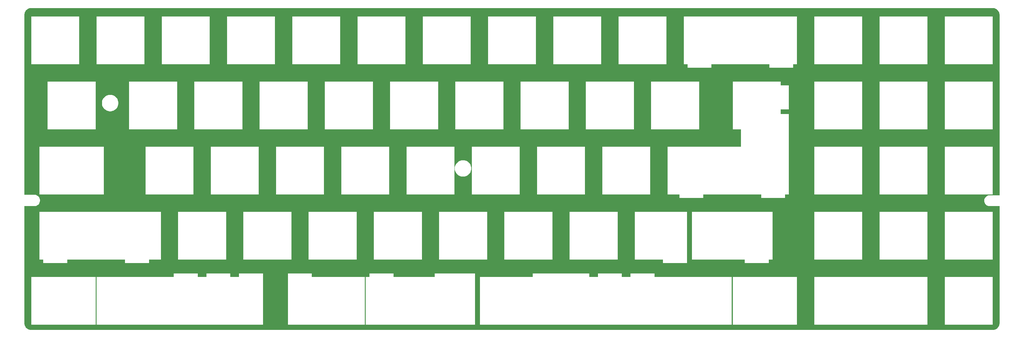
<source format=gbr>
%TF.GenerationSoftware,KiCad,Pcbnew,(7.0.0)*%
%TF.CreationDate,2023-03-06T16:53:12+01:00*%
%TF.ProjectId,qazimodo plate,71617a69-6d6f-4646-9f20-706c6174652e,rev?*%
%TF.SameCoordinates,Original*%
%TF.FileFunction,Copper,L2,Bot*%
%TF.FilePolarity,Positive*%
%FSLAX46Y46*%
G04 Gerber Fmt 4.6, Leading zero omitted, Abs format (unit mm)*
G04 Created by KiCad (PCBNEW (7.0.0)) date 2023-03-06 16:53:12*
%MOMM*%
%LPD*%
G01*
G04 APERTURE LIST*
G04 APERTURE END LIST*
%TA.AperFunction,NonConductor*%
G36*
X329244526Y-46062477D02*
G01*
X329244656Y-46062477D01*
X329245407Y-46062501D01*
X329328717Y-46067959D01*
X329328779Y-46067989D01*
X329328779Y-46067963D01*
X329328876Y-46067969D01*
X329513628Y-46081176D01*
X329515006Y-46081362D01*
X329634588Y-46105145D01*
X329634627Y-46105153D01*
X329781467Y-46137092D01*
X329782677Y-46137427D01*
X329904416Y-46178749D01*
X329904684Y-46178844D01*
X330039176Y-46229005D01*
X330040198Y-46229446D01*
X330157858Y-46287468D01*
X330158245Y-46287669D01*
X330281903Y-46355189D01*
X330282776Y-46355717D01*
X330392856Y-46429269D01*
X330393359Y-46429625D01*
X330505222Y-46513363D01*
X330505912Y-46513923D01*
X330605813Y-46601533D01*
X330606363Y-46602047D01*
X330704949Y-46700633D01*
X330705463Y-46701183D01*
X330793084Y-46801098D01*
X330793644Y-46801788D01*
X330877364Y-46913626D01*
X330877720Y-46914129D01*
X330951288Y-47024234D01*
X330951819Y-47025112D01*
X331019308Y-47148712D01*
X331019529Y-47149137D01*
X331077547Y-47266791D01*
X331078008Y-47267858D01*
X331128141Y-47402279D01*
X331128256Y-47402602D01*
X331169566Y-47524304D01*
X331169913Y-47525556D01*
X331201823Y-47672265D01*
X331201865Y-47672466D01*
X331225635Y-47791982D01*
X331225827Y-47793405D01*
X331239009Y-47977814D01*
X331239013Y-47977882D01*
X331244501Y-48061641D01*
X331244526Y-48062393D01*
X331244526Y-48062477D01*
X331244527Y-48062477D01*
X331296000Y-100823180D01*
X331294465Y-100828931D01*
X331290260Y-100833145D01*
X331284511Y-100834691D01*
X328352947Y-100837500D01*
X328352946Y-100837499D01*
X328352946Y-100837500D01*
X328234486Y-100837510D01*
X328234473Y-100837510D01*
X328234049Y-100837511D01*
X328233623Y-100837575D01*
X328233613Y-100837576D01*
X327999140Y-100872939D01*
X327999137Y-100872939D01*
X327998717Y-100873003D01*
X327998314Y-100873127D01*
X327998311Y-100873128D01*
X327771709Y-100943044D01*
X327771703Y-100943045D01*
X327771302Y-100943170D01*
X327770926Y-100943350D01*
X327770916Y-100943355D01*
X327557270Y-101046260D01*
X327557258Y-101046266D01*
X327556884Y-101046447D01*
X327556535Y-101046684D01*
X327556528Y-101046689D01*
X327360608Y-101180282D01*
X327360599Y-101180288D01*
X327360253Y-101180525D01*
X327359947Y-101180808D01*
X327359938Y-101180816D01*
X327186114Y-101342117D01*
X327186102Y-101342129D01*
X327185799Y-101342411D01*
X327185537Y-101342738D01*
X327185530Y-101342747D01*
X327037690Y-101528148D01*
X327037683Y-101528157D01*
X327037420Y-101528488D01*
X327037208Y-101528855D01*
X327037202Y-101528864D01*
X326918647Y-101734224D01*
X326918430Y-101734600D01*
X326918275Y-101734993D01*
X326918271Y-101735003D01*
X326863613Y-101874281D01*
X326831487Y-101956144D01*
X326831392Y-101956559D01*
X326831392Y-101956560D01*
X326822678Y-101994743D01*
X326778531Y-102188172D01*
X326778499Y-102188587D01*
X326778498Y-102188600D01*
X326774747Y-102238663D01*
X326760747Y-102425500D01*
X326760779Y-102425927D01*
X326778498Y-102662399D01*
X326778499Y-102662410D01*
X326778531Y-102662828D01*
X326831487Y-102894856D01*
X326831644Y-102895256D01*
X326904357Y-103080542D01*
X326918430Y-103116400D01*
X327037420Y-103322512D01*
X327037688Y-103322848D01*
X327037690Y-103322851D01*
X327169715Y-103488419D01*
X327185799Y-103508589D01*
X327186109Y-103508877D01*
X327186114Y-103508882D01*
X327359938Y-103670183D01*
X327360253Y-103670475D01*
X327556884Y-103804553D01*
X327771302Y-103907830D01*
X327998717Y-103977997D01*
X328234049Y-104013489D01*
X328352946Y-104013499D01*
X328352947Y-104013500D01*
X328353046Y-104013500D01*
X331234051Y-104013500D01*
X331239801Y-104015041D01*
X331244010Y-104019250D01*
X331245550Y-104024998D01*
X331244930Y-124752141D01*
X331244526Y-138261470D01*
X331244526Y-138261600D01*
X331244501Y-138262352D01*
X331239226Y-138342889D01*
X331239222Y-138342959D01*
X331225748Y-138530988D01*
X331225556Y-138532409D01*
X331202522Y-138648243D01*
X331202480Y-138648444D01*
X331169759Y-138798897D01*
X331169412Y-138800149D01*
X331128908Y-138919486D01*
X331128793Y-138919808D01*
X331077769Y-139056626D01*
X331077308Y-139057694D01*
X331020181Y-139173548D01*
X331019960Y-139173973D01*
X330951467Y-139299417D01*
X330950936Y-139300295D01*
X330878361Y-139408919D01*
X330878005Y-139409422D01*
X330793158Y-139522769D01*
X330792598Y-139523459D01*
X330706080Y-139622117D01*
X330705566Y-139622667D01*
X330605716Y-139722519D01*
X330605167Y-139723033D01*
X330506496Y-139809568D01*
X330505805Y-139810128D01*
X330392468Y-139894972D01*
X330391965Y-139895328D01*
X330283341Y-139967908D01*
X330282463Y-139968439D01*
X330157010Y-140036941D01*
X330156585Y-140037162D01*
X330040757Y-140094281D01*
X330039690Y-140094742D01*
X329902844Y-140145781D01*
X329902521Y-140145896D01*
X329783200Y-140186398D01*
X329781948Y-140186745D01*
X329631487Y-140219472D01*
X329631286Y-140219514D01*
X329515491Y-140242544D01*
X329514068Y-140242736D01*
X329319384Y-140256654D01*
X329319316Y-140256658D01*
X329245970Y-140261463D01*
X329245125Y-140261410D01*
X329245125Y-140261470D01*
X48545403Y-140261470D01*
X48544654Y-140261446D01*
X48464526Y-140256213D01*
X48464455Y-140256208D01*
X48276715Y-140242783D01*
X48275298Y-140242592D01*
X48160608Y-140219853D01*
X48160408Y-140219812D01*
X48009570Y-140187104D01*
X48008321Y-140186758D01*
X47889798Y-140146656D01*
X47889477Y-140146542D01*
X47887739Y-140145896D01*
X47752523Y-140095627D01*
X47751459Y-140095170D01*
X47636241Y-140038544D01*
X47635817Y-140038324D01*
X47510286Y-139970019D01*
X47509410Y-139969491D01*
X47439575Y-139923003D01*
X47401285Y-139897515D01*
X47400804Y-139897175D01*
X47345160Y-139855684D01*
X47287321Y-139812555D01*
X47286631Y-139811998D01*
X47188341Y-139726164D01*
X47187792Y-139725652D01*
X47087756Y-139626072D01*
X47087242Y-139625526D01*
X47084722Y-139622667D01*
X47000964Y-139527632D01*
X47000404Y-139526946D01*
X46915269Y-139413853D01*
X46914913Y-139413353D01*
X46842454Y-139305574D01*
X46841922Y-139304701D01*
X46773025Y-139179448D01*
X46772825Y-139179066D01*
X46715673Y-139064104D01*
X46715210Y-139063042D01*
X46712791Y-139056626D01*
X46663635Y-138926227D01*
X46663569Y-138926043D01*
X46622910Y-138807658D01*
X46622559Y-138806413D01*
X46621171Y-138800149D01*
X46610651Y-138752682D01*
X48560396Y-138752682D01*
X48560437Y-138752781D01*
X48560554Y-138753065D01*
X48560937Y-138753223D01*
X48561036Y-138753182D01*
X50942088Y-138753182D01*
X50942286Y-138753182D01*
X53323338Y-138753182D01*
X53323536Y-138753182D01*
X62560838Y-138753182D01*
X62561036Y-138753182D01*
X64942088Y-138753182D01*
X64942286Y-138753182D01*
X67323338Y-138753182D01*
X67323437Y-138753223D01*
X67323820Y-138753065D01*
X67323937Y-138752781D01*
X67323978Y-138752682D01*
X67610396Y-138752682D01*
X67610437Y-138752781D01*
X67610554Y-138753065D01*
X67610937Y-138753223D01*
X67611036Y-138753182D01*
X72373338Y-138753182D01*
X72373536Y-138753182D01*
X74754588Y-138753182D01*
X74754786Y-138753182D01*
X81610838Y-138753182D01*
X81611036Y-138753182D01*
X81898338Y-138753182D01*
X81898536Y-138753182D01*
X86373338Y-138753182D01*
X86373536Y-138753182D01*
X86660838Y-138753182D01*
X86661036Y-138753182D01*
X88754588Y-138753182D01*
X88754786Y-138753182D01*
X90160838Y-138753182D01*
X90161036Y-138753182D01*
X95898338Y-138753182D01*
X95898536Y-138753182D01*
X96185838Y-138753182D01*
X96186036Y-138753182D01*
X97160838Y-138753182D01*
X97161036Y-138753182D01*
X99685838Y-138753182D01*
X99686036Y-138753182D01*
X99692088Y-138753182D01*
X99692286Y-138753182D01*
X100660838Y-138753182D01*
X100661036Y-138753182D01*
X106685838Y-138753182D01*
X106686036Y-138753182D01*
X106692088Y-138753182D01*
X106692286Y-138753182D01*
X109210838Y-138753182D01*
X109211036Y-138753182D01*
X110185838Y-138753182D01*
X110186036Y-138753182D01*
X116210838Y-138753182D01*
X116210937Y-138753223D01*
X116211320Y-138753065D01*
X116211437Y-138752781D01*
X116211478Y-138752682D01*
X123466146Y-138752682D01*
X123466187Y-138752781D01*
X123466304Y-138753065D01*
X123466687Y-138753223D01*
X123466786Y-138753182D01*
X124760838Y-138753182D01*
X124761036Y-138753182D01*
X130466588Y-138753182D01*
X130466786Y-138753182D01*
X131904588Y-138753182D01*
X131904786Y-138753182D01*
X138760838Y-138753182D01*
X138761036Y-138753182D01*
X145904588Y-138753182D01*
X145904687Y-138753223D01*
X145905070Y-138753065D01*
X145905187Y-138752781D01*
X145905228Y-138752682D01*
X146191646Y-138752682D01*
X146191687Y-138752781D01*
X146191804Y-138753065D01*
X146192187Y-138753223D01*
X146192286Y-138753182D01*
X147310838Y-138753182D01*
X147311036Y-138753182D01*
X147342588Y-138753182D01*
X147342786Y-138753182D01*
X153335838Y-138753182D01*
X153336036Y-138753182D01*
X154310838Y-138753182D01*
X154311036Y-138753182D01*
X154342588Y-138753182D01*
X154342786Y-138753182D01*
X160192088Y-138753182D01*
X160192286Y-138753182D01*
X166360838Y-138753182D01*
X166361036Y-138753182D01*
X167335838Y-138753182D01*
X167336036Y-138753182D01*
X171091588Y-138753182D01*
X171091786Y-138753182D01*
X173360838Y-138753182D01*
X173361036Y-138753182D01*
X178091588Y-138753182D01*
X178091687Y-138753223D01*
X178092070Y-138753065D01*
X178092187Y-138752781D01*
X178092228Y-138752682D01*
X179529146Y-138752682D01*
X179529187Y-138752781D01*
X179529304Y-138753065D01*
X179529687Y-138753223D01*
X179529786Y-138753182D01*
X181910838Y-138753182D01*
X181911036Y-138753182D01*
X193529588Y-138753182D01*
X193529786Y-138753182D01*
X194967588Y-138753182D01*
X194967786Y-138753182D01*
X195910838Y-138753182D01*
X195911036Y-138753182D01*
X199692088Y-138753182D01*
X199692286Y-138753182D01*
X201967588Y-138753182D01*
X201967786Y-138753182D01*
X204460838Y-138753182D01*
X204461036Y-138753182D01*
X206692088Y-138753182D01*
X206692286Y-138753182D01*
X210485838Y-138753182D01*
X210486036Y-138753182D01*
X211460838Y-138753182D01*
X211461036Y-138753182D01*
X213985838Y-138753182D01*
X213986036Y-138753182D01*
X215248338Y-138753182D01*
X215248536Y-138753182D01*
X220010838Y-138753182D01*
X220011036Y-138753182D01*
X220985838Y-138753182D01*
X220986036Y-138753182D01*
X223510838Y-138753182D01*
X223511036Y-138753182D01*
X224485838Y-138753182D01*
X224486036Y-138753182D01*
X224773338Y-138753182D01*
X224773536Y-138753182D01*
X229248338Y-138753182D01*
X229248536Y-138753182D01*
X230510838Y-138753182D01*
X230511036Y-138753182D01*
X231917088Y-138753182D01*
X231917286Y-138753182D01*
X234010838Y-138753182D01*
X234011036Y-138753182D01*
X234298338Y-138753182D01*
X234298536Y-138753182D01*
X238773338Y-138753182D01*
X238773536Y-138753182D01*
X239060838Y-138753182D01*
X239061036Y-138753182D01*
X245917088Y-138753182D01*
X245917286Y-138753182D01*
X248298338Y-138753182D01*
X248298536Y-138753182D01*
X253060838Y-138753182D01*
X253060937Y-138753223D01*
X253061320Y-138753065D01*
X253061437Y-138752781D01*
X253061478Y-138752682D01*
X253347896Y-138752682D01*
X253347937Y-138752781D01*
X253348054Y-138753065D01*
X253348437Y-138753223D01*
X253348536Y-138753182D01*
X255729588Y-138753182D01*
X255729786Y-138753182D01*
X258110838Y-138753182D01*
X258111036Y-138753182D01*
X267348338Y-138753182D01*
X267348536Y-138753182D01*
X269729588Y-138753182D01*
X269729786Y-138753182D01*
X272110838Y-138753182D01*
X272110937Y-138753223D01*
X272111320Y-138753065D01*
X272111437Y-138752781D01*
X272111478Y-138752682D01*
X277160396Y-138752682D01*
X277160437Y-138752781D01*
X277160554Y-138753065D01*
X277160937Y-138753223D01*
X277161036Y-138753182D01*
X278247838Y-138753182D01*
X278248036Y-138753182D01*
X309123838Y-138753182D01*
X309124036Y-138753182D01*
X310210838Y-138753182D01*
X310210937Y-138753223D01*
X310211320Y-138753065D01*
X310211437Y-138752781D01*
X310211478Y-138752682D01*
X315260396Y-138752682D01*
X315260437Y-138752781D01*
X315260554Y-138753065D01*
X315260937Y-138753223D01*
X315261036Y-138753182D01*
X329260838Y-138753182D01*
X329260937Y-138753223D01*
X329261320Y-138753065D01*
X329261437Y-138752781D01*
X329261478Y-138752682D01*
X329261437Y-138752583D01*
X329261437Y-124752781D01*
X329261478Y-124752682D01*
X329261320Y-124752299D01*
X329261036Y-124752182D01*
X329260937Y-124752141D01*
X329260838Y-124752182D01*
X315261036Y-124752182D01*
X315260937Y-124752141D01*
X315260838Y-124752182D01*
X315260554Y-124752299D01*
X315260396Y-124752682D01*
X315260437Y-124752781D01*
X315260437Y-138752583D01*
X315260396Y-138752682D01*
X310211478Y-138752682D01*
X310211437Y-138752583D01*
X310211437Y-124752781D01*
X310211478Y-124752682D01*
X310211320Y-124752299D01*
X310211036Y-124752182D01*
X310210937Y-124752141D01*
X310210838Y-124752182D01*
X309124036Y-124752182D01*
X302124036Y-124752182D01*
X300686036Y-124752182D01*
X296211036Y-124752182D01*
X291161036Y-124752182D01*
X286686036Y-124752182D01*
X285248036Y-124752182D01*
X278248036Y-124752182D01*
X277161036Y-124752182D01*
X277160937Y-124752141D01*
X277160838Y-124752182D01*
X277160554Y-124752299D01*
X277160396Y-124752682D01*
X277160437Y-124752781D01*
X277160437Y-138752583D01*
X277160396Y-138752682D01*
X272111478Y-138752682D01*
X272111437Y-138752583D01*
X272111437Y-124752781D01*
X272111478Y-124752682D01*
X272111320Y-124752299D01*
X272111036Y-124752182D01*
X272110937Y-124752141D01*
X272110838Y-124752182D01*
X269729786Y-124752182D01*
X267348536Y-124752182D01*
X258111036Y-124752182D01*
X255729786Y-124752182D01*
X253348536Y-124752182D01*
X253348437Y-124752141D01*
X253348338Y-124752182D01*
X253348054Y-124752299D01*
X253347896Y-124752682D01*
X253347937Y-124752781D01*
X253347937Y-138752583D01*
X253347896Y-138752682D01*
X253061478Y-138752682D01*
X253061437Y-138752583D01*
X253061437Y-124752781D01*
X253061478Y-124752682D01*
X253061320Y-124752299D01*
X253061036Y-124752182D01*
X253060937Y-124752141D01*
X253060838Y-124752182D01*
X248298536Y-124752182D01*
X245917286Y-124752182D01*
X239061036Y-124752182D01*
X238773536Y-124752182D01*
X234298536Y-124752182D01*
X234011036Y-124752182D01*
X231917286Y-124752182D01*
X230522937Y-124752182D01*
X230514805Y-124748814D01*
X230511437Y-124740682D01*
X230511437Y-123755882D01*
X230511437Y-123752781D01*
X230511478Y-123752682D01*
X230511320Y-123752299D01*
X230511036Y-123752182D01*
X230510937Y-123752141D01*
X230510838Y-123752182D01*
X223511036Y-123752182D01*
X223510937Y-123752141D01*
X223510838Y-123752182D01*
X223510554Y-123752299D01*
X223510396Y-123752682D01*
X223510437Y-123752781D01*
X223510437Y-123755882D01*
X223510437Y-124740682D01*
X223507069Y-124748814D01*
X223498937Y-124752182D01*
X220997937Y-124752182D01*
X220989805Y-124748814D01*
X220986437Y-124740682D01*
X220986437Y-123755882D01*
X220986437Y-123752781D01*
X220986478Y-123752682D01*
X220986320Y-123752299D01*
X220986036Y-123752182D01*
X220985937Y-123752141D01*
X220985838Y-123752182D01*
X213986036Y-123752182D01*
X213985937Y-123752141D01*
X213985838Y-123752182D01*
X213985554Y-123752299D01*
X213985396Y-123752682D01*
X213985437Y-123752781D01*
X213985437Y-123755882D01*
X213985437Y-124740682D01*
X213982069Y-124748814D01*
X213973937Y-124752182D01*
X211472937Y-124752182D01*
X211464805Y-124748814D01*
X211461437Y-124740682D01*
X211461437Y-123755882D01*
X211461437Y-123752781D01*
X211461478Y-123752682D01*
X211461320Y-123752299D01*
X211461036Y-123752182D01*
X211460937Y-123752141D01*
X211460838Y-123752182D01*
X206692286Y-123752182D01*
X204461036Y-123752182D01*
X201967786Y-123752182D01*
X199692286Y-123752182D01*
X194967786Y-123752182D01*
X194967687Y-123752141D01*
X194967588Y-123752182D01*
X194967304Y-123752299D01*
X194967146Y-123752682D01*
X194967187Y-123752781D01*
X194967187Y-123755882D01*
X194967187Y-124740682D01*
X194963819Y-124748814D01*
X194955687Y-124752182D01*
X193529786Y-124752182D01*
X181911036Y-124752182D01*
X179529786Y-124752182D01*
X179529687Y-124752141D01*
X179529588Y-124752182D01*
X179529304Y-124752299D01*
X179529146Y-124752682D01*
X179529187Y-124752781D01*
X179529187Y-138752583D01*
X179529146Y-138752682D01*
X178092228Y-138752682D01*
X178092187Y-138752583D01*
X178092187Y-123752781D01*
X178092228Y-123752682D01*
X178092070Y-123752299D01*
X178091786Y-123752182D01*
X178091687Y-123752141D01*
X178091588Y-123752182D01*
X173361036Y-123752182D01*
X171091786Y-123752182D01*
X166361036Y-123752182D01*
X166360937Y-123752141D01*
X166360838Y-123752182D01*
X166360554Y-123752299D01*
X166360396Y-123752682D01*
X166360437Y-123752781D01*
X166360437Y-123755882D01*
X166360437Y-124740682D01*
X166357069Y-124748814D01*
X166348937Y-124752182D01*
X160192286Y-124752182D01*
X154354687Y-124752182D01*
X154346555Y-124748814D01*
X154343187Y-124740682D01*
X154343187Y-123755882D01*
X154343187Y-123752781D01*
X154343228Y-123752682D01*
X154343070Y-123752299D01*
X154342786Y-123752182D01*
X154342687Y-123752141D01*
X154342588Y-123752182D01*
X154311036Y-123752182D01*
X147342786Y-123752182D01*
X147311036Y-123752182D01*
X147310937Y-123752141D01*
X147310838Y-123752182D01*
X147310554Y-123752299D01*
X147310396Y-123752682D01*
X147310437Y-123752781D01*
X147310437Y-123755882D01*
X147310437Y-124740682D01*
X147307069Y-124748814D01*
X147298937Y-124752182D01*
X146192286Y-124752182D01*
X146192187Y-124752141D01*
X146192088Y-124752182D01*
X146191804Y-124752299D01*
X146191646Y-124752682D01*
X146191687Y-124752781D01*
X146191687Y-138752583D01*
X146191646Y-138752682D01*
X145905228Y-138752682D01*
X145905187Y-138752583D01*
X145905187Y-124752781D01*
X145905228Y-124752682D01*
X145905070Y-124752299D01*
X145904786Y-124752182D01*
X145904687Y-124752141D01*
X145904588Y-124752182D01*
X138761036Y-124752182D01*
X131904786Y-124752182D01*
X130478687Y-124752182D01*
X130470555Y-124748814D01*
X130467187Y-124740682D01*
X130467187Y-123755882D01*
X130467187Y-123752781D01*
X130467228Y-123752682D01*
X130467070Y-123752299D01*
X130466786Y-123752182D01*
X130466687Y-123752141D01*
X130466588Y-123752182D01*
X123466786Y-123752182D01*
X123466687Y-123752141D01*
X123466588Y-123752182D01*
X123466304Y-123752299D01*
X123466146Y-123752682D01*
X123466187Y-123752781D01*
X123466187Y-138752583D01*
X123466146Y-138752682D01*
X116211478Y-138752682D01*
X116211437Y-138752583D01*
X116211437Y-123752781D01*
X116211478Y-123752682D01*
X116211320Y-123752299D01*
X116211036Y-123752182D01*
X116210937Y-123752141D01*
X116210838Y-123752182D01*
X109211036Y-123752182D01*
X109210937Y-123752141D01*
X109210838Y-123752182D01*
X109210554Y-123752299D01*
X109210396Y-123752682D01*
X109210437Y-123752781D01*
X109210437Y-123755882D01*
X109210437Y-124740682D01*
X109207069Y-124748814D01*
X109198937Y-124752182D01*
X106704187Y-124752182D01*
X106696055Y-124748814D01*
X106692687Y-124740682D01*
X106692687Y-123755882D01*
X106692687Y-123752781D01*
X106692728Y-123752682D01*
X106692570Y-123752299D01*
X106692286Y-123752182D01*
X106692187Y-123752141D01*
X106692088Y-123752182D01*
X106686036Y-123752182D01*
X99692286Y-123752182D01*
X99686036Y-123752182D01*
X99685937Y-123752141D01*
X99685838Y-123752182D01*
X99685554Y-123752299D01*
X99685396Y-123752682D01*
X99685437Y-123752781D01*
X99685437Y-123755882D01*
X99685437Y-124740682D01*
X99682069Y-124748814D01*
X99673937Y-124752182D01*
X97172937Y-124752182D01*
X97164805Y-124748814D01*
X97161437Y-124740682D01*
X97161437Y-123755882D01*
X97161437Y-123752781D01*
X97161478Y-123752682D01*
X97161320Y-123752299D01*
X97161036Y-123752182D01*
X97160937Y-123752141D01*
X97160838Y-123752182D01*
X90161036Y-123752182D01*
X90160937Y-123752141D01*
X90160838Y-123752182D01*
X90160554Y-123752299D01*
X90160396Y-123752682D01*
X90160437Y-123752781D01*
X90160437Y-123755882D01*
X90160437Y-124740682D01*
X90157069Y-124748814D01*
X90148937Y-124752182D01*
X88754786Y-124752182D01*
X86661036Y-124752182D01*
X86373536Y-124752182D01*
X81898536Y-124752182D01*
X81611036Y-124752182D01*
X74754786Y-124752182D01*
X72373536Y-124752182D01*
X67611036Y-124752182D01*
X67610937Y-124752141D01*
X67610838Y-124752182D01*
X67610554Y-124752299D01*
X67610396Y-124752682D01*
X67610437Y-124752781D01*
X67610437Y-138752583D01*
X67610396Y-138752682D01*
X67323978Y-138752682D01*
X67323937Y-138752583D01*
X67323937Y-124752781D01*
X67323978Y-124752682D01*
X67323820Y-124752299D01*
X67323536Y-124752182D01*
X67323437Y-124752141D01*
X67323338Y-124752182D01*
X64942286Y-124752182D01*
X62561036Y-124752182D01*
X53323536Y-124752182D01*
X50942286Y-124752182D01*
X48561036Y-124752182D01*
X48560937Y-124752141D01*
X48560838Y-124752182D01*
X48560554Y-124752299D01*
X48560396Y-124752682D01*
X48560437Y-124752781D01*
X48560437Y-138752583D01*
X48560396Y-138752682D01*
X46610651Y-138752682D01*
X46589146Y-138655646D01*
X46565857Y-138540934D01*
X46565667Y-138539566D01*
X46550782Y-138343320D01*
X46545822Y-138272341D01*
X46545883Y-138271405D01*
X46545821Y-138271405D01*
X46551414Y-124755882D01*
X46553505Y-119702682D01*
X50941646Y-119702682D01*
X50941687Y-119702781D01*
X50941804Y-119703065D01*
X50942187Y-119703223D01*
X50942286Y-119703182D01*
X52017187Y-119703182D01*
X52025319Y-119706550D01*
X52028687Y-119714682D01*
X52028687Y-120702583D01*
X52028646Y-120702682D01*
X52028687Y-120702781D01*
X52028804Y-120703065D01*
X52029187Y-120703223D01*
X52029286Y-120703182D01*
X59029088Y-120703182D01*
X59029187Y-120703223D01*
X59029570Y-120703065D01*
X59029687Y-120702781D01*
X59029728Y-120702682D01*
X59029687Y-120702583D01*
X59029687Y-119714682D01*
X59033055Y-119706550D01*
X59041187Y-119703182D01*
X60467088Y-119703182D01*
X60467286Y-119703182D01*
X64942088Y-119703182D01*
X64942286Y-119703182D01*
X72373338Y-119703182D01*
X72373536Y-119703182D01*
X74467088Y-119703182D01*
X74467286Y-119703182D01*
X75893187Y-119703182D01*
X75901319Y-119706550D01*
X75904687Y-119714682D01*
X75904687Y-120702583D01*
X75904646Y-120702682D01*
X75904687Y-120702781D01*
X75904804Y-120703065D01*
X75905187Y-120703223D01*
X75905286Y-120703182D01*
X82905088Y-120703182D01*
X82905187Y-120703223D01*
X82905570Y-120703065D01*
X82905687Y-120702781D01*
X82905728Y-120702682D01*
X82905687Y-120702583D01*
X82905687Y-119714682D01*
X82909055Y-119706550D01*
X82917187Y-119703182D01*
X86373338Y-119703182D01*
X86373437Y-119703223D01*
X86373820Y-119703065D01*
X86373937Y-119702781D01*
X86373978Y-119702682D01*
X91422896Y-119702682D01*
X91422937Y-119702781D01*
X91423054Y-119703065D01*
X91423437Y-119703223D01*
X91423536Y-119703182D01*
X105423338Y-119703182D01*
X105423437Y-119703223D01*
X105423820Y-119703065D01*
X105423937Y-119702781D01*
X105423978Y-119702682D01*
X110472896Y-119702682D01*
X110472937Y-119702781D01*
X110473054Y-119703065D01*
X110473437Y-119703223D01*
X110473536Y-119703182D01*
X124473338Y-119703182D01*
X124473437Y-119703223D01*
X124473820Y-119703065D01*
X124473937Y-119702781D01*
X124473978Y-119702682D01*
X129522896Y-119702682D01*
X129522937Y-119702781D01*
X129523054Y-119703065D01*
X129523437Y-119703223D01*
X129523536Y-119703182D01*
X143523338Y-119703182D01*
X143523437Y-119703223D01*
X143523820Y-119703065D01*
X143523937Y-119702781D01*
X143523978Y-119702682D01*
X148572896Y-119702682D01*
X148572937Y-119702781D01*
X148573054Y-119703065D01*
X148573437Y-119703223D01*
X148573536Y-119703182D01*
X162573338Y-119703182D01*
X162573437Y-119703223D01*
X162573820Y-119703065D01*
X162573937Y-119702781D01*
X162573978Y-119702682D01*
X167622896Y-119702682D01*
X167622937Y-119702781D01*
X167623054Y-119703065D01*
X167623437Y-119703223D01*
X167623536Y-119703182D01*
X181623338Y-119703182D01*
X181623437Y-119703223D01*
X181623820Y-119703065D01*
X181623937Y-119702781D01*
X181623978Y-119702682D01*
X186672896Y-119702682D01*
X186672937Y-119702781D01*
X186673054Y-119703065D01*
X186673437Y-119703223D01*
X186673536Y-119703182D01*
X200673338Y-119703182D01*
X200673437Y-119703223D01*
X200673820Y-119703065D01*
X200673937Y-119702781D01*
X200673978Y-119702682D01*
X205722896Y-119702682D01*
X205722937Y-119702781D01*
X205723054Y-119703065D01*
X205723437Y-119703223D01*
X205723536Y-119703182D01*
X219723338Y-119703182D01*
X219723437Y-119703223D01*
X219723820Y-119703065D01*
X219723937Y-119702781D01*
X219723978Y-119702682D01*
X224772896Y-119702682D01*
X224772937Y-119702781D01*
X224773054Y-119703065D01*
X224773437Y-119703223D01*
X224773536Y-119703182D01*
X232992187Y-119703182D01*
X233000319Y-119706550D01*
X233003687Y-119714682D01*
X233003687Y-120702583D01*
X233003646Y-120702682D01*
X233003687Y-120702781D01*
X233003804Y-120703065D01*
X233004187Y-120703223D01*
X233004286Y-120703182D01*
X240004088Y-120703182D01*
X240004187Y-120703223D01*
X240004570Y-120703065D01*
X240004687Y-120702781D01*
X240004728Y-120702682D01*
X240004687Y-120702583D01*
X240004687Y-119702682D01*
X241441646Y-119702682D01*
X241441687Y-119702781D01*
X241441804Y-119703065D01*
X241442187Y-119703223D01*
X241442286Y-119703182D01*
X250967088Y-119703182D01*
X250967286Y-119703182D01*
X255442088Y-119703182D01*
X255442286Y-119703182D01*
X256868187Y-119703182D01*
X256876319Y-119706550D01*
X256879687Y-119714682D01*
X256879687Y-120702583D01*
X256879646Y-120702682D01*
X256879687Y-120702781D01*
X256879804Y-120703065D01*
X256880187Y-120703223D01*
X256880286Y-120703182D01*
X263880088Y-120703182D01*
X263880187Y-120703223D01*
X263880570Y-120703065D01*
X263880687Y-120702781D01*
X263880728Y-120702682D01*
X263880687Y-120702583D01*
X263880687Y-119714682D01*
X263884055Y-119706550D01*
X263892187Y-119703182D01*
X264967088Y-119703182D01*
X264967187Y-119703223D01*
X264967570Y-119703065D01*
X264967687Y-119702781D01*
X264967728Y-119702682D01*
X277160396Y-119702682D01*
X277160437Y-119702781D01*
X277160554Y-119703065D01*
X277160937Y-119703223D01*
X277161036Y-119703182D01*
X291160838Y-119703182D01*
X291160937Y-119703223D01*
X291161320Y-119703065D01*
X291161437Y-119702781D01*
X291161478Y-119702682D01*
X296210396Y-119702682D01*
X296210437Y-119702781D01*
X296210554Y-119703065D01*
X296210937Y-119703223D01*
X296211036Y-119703182D01*
X310210838Y-119703182D01*
X310210937Y-119703223D01*
X310211320Y-119703065D01*
X310211437Y-119702781D01*
X310211478Y-119702682D01*
X315260396Y-119702682D01*
X315260437Y-119702781D01*
X315260554Y-119703065D01*
X315260937Y-119703223D01*
X315261036Y-119703182D01*
X329260838Y-119703182D01*
X329260937Y-119703223D01*
X329261320Y-119703065D01*
X329261437Y-119702781D01*
X329261478Y-119702682D01*
X329261437Y-119702583D01*
X329261437Y-105702781D01*
X329261478Y-105702682D01*
X329261320Y-105702299D01*
X329261036Y-105702182D01*
X329260937Y-105702141D01*
X329260838Y-105702182D01*
X315261036Y-105702182D01*
X315260937Y-105702141D01*
X315260838Y-105702182D01*
X315260554Y-105702299D01*
X315260396Y-105702682D01*
X315260437Y-105702781D01*
X315260437Y-119702583D01*
X315260396Y-119702682D01*
X310211478Y-119702682D01*
X310211437Y-119702583D01*
X310211437Y-105702781D01*
X310211478Y-105702682D01*
X310211320Y-105702299D01*
X310211036Y-105702182D01*
X310210937Y-105702141D01*
X310210838Y-105702182D01*
X296211036Y-105702182D01*
X296210937Y-105702141D01*
X296210838Y-105702182D01*
X296210554Y-105702299D01*
X296210396Y-105702682D01*
X296210437Y-105702781D01*
X296210437Y-119702583D01*
X296210396Y-119702682D01*
X291161478Y-119702682D01*
X291161437Y-119702583D01*
X291161437Y-105702781D01*
X291161478Y-105702682D01*
X291161320Y-105702299D01*
X291161036Y-105702182D01*
X291160937Y-105702141D01*
X291160838Y-105702182D01*
X277161036Y-105702182D01*
X277160937Y-105702141D01*
X277160838Y-105702182D01*
X277160554Y-105702299D01*
X277160396Y-105702682D01*
X277160437Y-105702781D01*
X277160437Y-119702583D01*
X277160396Y-119702682D01*
X264967728Y-119702682D01*
X264967687Y-119702583D01*
X264967687Y-105702781D01*
X264967728Y-105702682D01*
X264967570Y-105702299D01*
X264967286Y-105702182D01*
X264967187Y-105702141D01*
X264967088Y-105702182D01*
X263880286Y-105702182D01*
X256880286Y-105702182D01*
X255442286Y-105702182D01*
X250967286Y-105702182D01*
X241442286Y-105702182D01*
X241442187Y-105702141D01*
X241442088Y-105702182D01*
X241441804Y-105702299D01*
X241441646Y-105702682D01*
X241441687Y-105702781D01*
X241441687Y-119702583D01*
X241441646Y-119702682D01*
X240004687Y-119702682D01*
X240004687Y-105702781D01*
X240004728Y-105702682D01*
X240004570Y-105702299D01*
X240004286Y-105702182D01*
X240004187Y-105702141D01*
X240004088Y-105702182D01*
X238773536Y-105702182D01*
X233004286Y-105702182D01*
X224773536Y-105702182D01*
X224773437Y-105702141D01*
X224773338Y-105702182D01*
X224773054Y-105702299D01*
X224772896Y-105702682D01*
X224772937Y-105702781D01*
X224772937Y-119702583D01*
X224772896Y-119702682D01*
X219723978Y-119702682D01*
X219723937Y-119702583D01*
X219723937Y-105702781D01*
X219723978Y-105702682D01*
X219723820Y-105702299D01*
X219723536Y-105702182D01*
X219723437Y-105702141D01*
X219723338Y-105702182D01*
X205723536Y-105702182D01*
X205723437Y-105702141D01*
X205723338Y-105702182D01*
X205723054Y-105702299D01*
X205722896Y-105702682D01*
X205722937Y-105702781D01*
X205722937Y-119702583D01*
X205722896Y-119702682D01*
X200673978Y-119702682D01*
X200673937Y-119702583D01*
X200673937Y-105702781D01*
X200673978Y-105702682D01*
X200673820Y-105702299D01*
X200673536Y-105702182D01*
X200673437Y-105702141D01*
X200673338Y-105702182D01*
X186673536Y-105702182D01*
X186673437Y-105702141D01*
X186673338Y-105702182D01*
X186673054Y-105702299D01*
X186672896Y-105702682D01*
X186672937Y-105702781D01*
X186672937Y-119702583D01*
X186672896Y-119702682D01*
X181623978Y-119702682D01*
X181623937Y-119702583D01*
X181623937Y-105702781D01*
X181623978Y-105702682D01*
X181623820Y-105702299D01*
X181623536Y-105702182D01*
X181623437Y-105702141D01*
X181623338Y-105702182D01*
X167623536Y-105702182D01*
X167623437Y-105702141D01*
X167623338Y-105702182D01*
X167623054Y-105702299D01*
X167622896Y-105702682D01*
X167622937Y-105702781D01*
X167622937Y-119702583D01*
X167622896Y-119702682D01*
X162573978Y-119702682D01*
X162573937Y-119702583D01*
X162573937Y-105702781D01*
X162573978Y-105702682D01*
X162573820Y-105702299D01*
X162573536Y-105702182D01*
X162573437Y-105702141D01*
X162573338Y-105702182D01*
X148573536Y-105702182D01*
X148573437Y-105702141D01*
X148573338Y-105702182D01*
X148573054Y-105702299D01*
X148572896Y-105702682D01*
X148572937Y-105702781D01*
X148572937Y-119702583D01*
X148572896Y-119702682D01*
X143523978Y-119702682D01*
X143523937Y-119702583D01*
X143523937Y-105702781D01*
X143523978Y-105702682D01*
X143523820Y-105702299D01*
X143523536Y-105702182D01*
X143523437Y-105702141D01*
X143523338Y-105702182D01*
X129523536Y-105702182D01*
X129523437Y-105702141D01*
X129523338Y-105702182D01*
X129523054Y-105702299D01*
X129522896Y-105702682D01*
X129522937Y-105702781D01*
X129522937Y-119702583D01*
X129522896Y-119702682D01*
X124473978Y-119702682D01*
X124473937Y-119702583D01*
X124473937Y-105702781D01*
X124473978Y-105702682D01*
X124473820Y-105702299D01*
X124473536Y-105702182D01*
X124473437Y-105702141D01*
X124473338Y-105702182D01*
X110473536Y-105702182D01*
X110473437Y-105702141D01*
X110473338Y-105702182D01*
X110473054Y-105702299D01*
X110472896Y-105702682D01*
X110472937Y-105702781D01*
X110472937Y-119702583D01*
X110472896Y-119702682D01*
X105423978Y-119702682D01*
X105423937Y-119702583D01*
X105423937Y-105702781D01*
X105423978Y-105702682D01*
X105423820Y-105702299D01*
X105423536Y-105702182D01*
X105423437Y-105702141D01*
X105423338Y-105702182D01*
X91423536Y-105702182D01*
X91423437Y-105702141D01*
X91423338Y-105702182D01*
X91423054Y-105702299D01*
X91422896Y-105702682D01*
X91422937Y-105702781D01*
X91422937Y-119702583D01*
X91422896Y-119702682D01*
X86373978Y-119702682D01*
X86373937Y-119702583D01*
X86373937Y-105702781D01*
X86373978Y-105702682D01*
X86373820Y-105702299D01*
X86373536Y-105702182D01*
X86373437Y-105702141D01*
X86373338Y-105702182D01*
X82905286Y-105702182D01*
X75905286Y-105702182D01*
X74467286Y-105702182D01*
X72373536Y-105702182D01*
X64942286Y-105702182D01*
X60467286Y-105702182D01*
X59029286Y-105702182D01*
X52029286Y-105702182D01*
X50942286Y-105702182D01*
X50942187Y-105702141D01*
X50942088Y-105702182D01*
X50941804Y-105702299D01*
X50941646Y-105702682D01*
X50941687Y-105702781D01*
X50941687Y-119702583D01*
X50941646Y-119702682D01*
X46553505Y-119702682D01*
X46559992Y-104024994D01*
X46563362Y-104016867D01*
X46571492Y-104013500D01*
X49452598Y-104013500D01*
X49452601Y-104013500D01*
X49452601Y-104013499D01*
X49576260Y-104013493D01*
X49821009Y-103976589D01*
X50057525Y-103903620D01*
X50280525Y-103796217D01*
X50485026Y-103656779D01*
X50666463Y-103488419D01*
X50820782Y-103294900D01*
X50944535Y-103080542D01*
X51034959Y-102850135D01*
X51090035Y-102608824D01*
X51108531Y-102362000D01*
X51090035Y-102115176D01*
X51034959Y-101873865D01*
X50944535Y-101643458D01*
X50820782Y-101429100D01*
X50666463Y-101235581D01*
X50597719Y-101171791D01*
X50485340Y-101067512D01*
X50485337Y-101067509D01*
X50485026Y-101067221D01*
X50454284Y-101046260D01*
X50280880Y-100928025D01*
X50280879Y-100928024D01*
X50280525Y-100927783D01*
X50280144Y-100927599D01*
X50280138Y-100927596D01*
X50057914Y-100820567D01*
X50057910Y-100820565D01*
X50057525Y-100820380D01*
X50057114Y-100820253D01*
X50057111Y-100820252D01*
X49821419Y-100747537D01*
X49821412Y-100747535D01*
X49821009Y-100747411D01*
X49820587Y-100747347D01*
X49820581Y-100747346D01*
X49576695Y-100710572D01*
X49576687Y-100710571D01*
X49576260Y-100710507D01*
X49575834Y-100710506D01*
X49575822Y-100710506D01*
X49452601Y-100710500D01*
X46571494Y-100710500D01*
X46563363Y-100707133D01*
X46559994Y-100699003D01*
X46559981Y-100652682D01*
X50926459Y-100652682D01*
X50926616Y-100653064D01*
X50926617Y-100653065D01*
X50926999Y-100653223D01*
X50927099Y-100653182D01*
X55704588Y-100653182D01*
X55704786Y-100653182D01*
X64942088Y-100653182D01*
X64942286Y-100653182D01*
X69704588Y-100653182D01*
X69704687Y-100653223D01*
X69705070Y-100653065D01*
X69705187Y-100652781D01*
X69705228Y-100652682D01*
X81897896Y-100652682D01*
X81897937Y-100652781D01*
X81898054Y-100653065D01*
X81898437Y-100653223D01*
X81898536Y-100653182D01*
X95898338Y-100653182D01*
X95898437Y-100653223D01*
X95898820Y-100653065D01*
X95898937Y-100652781D01*
X95898978Y-100652682D01*
X100947896Y-100652682D01*
X100947937Y-100652781D01*
X100948054Y-100653065D01*
X100948437Y-100653223D01*
X100948536Y-100653182D01*
X114948338Y-100653182D01*
X114948437Y-100653223D01*
X114948820Y-100653065D01*
X114948937Y-100652781D01*
X114948978Y-100652682D01*
X119997896Y-100652682D01*
X119997937Y-100652781D01*
X119998054Y-100653065D01*
X119998437Y-100653223D01*
X119998536Y-100653182D01*
X133998338Y-100653182D01*
X133998437Y-100653223D01*
X133998820Y-100653065D01*
X133998937Y-100652781D01*
X133998978Y-100652682D01*
X139047896Y-100652682D01*
X139047937Y-100652781D01*
X139048054Y-100653065D01*
X139048437Y-100653223D01*
X139048536Y-100653182D01*
X153048338Y-100653182D01*
X153048437Y-100653223D01*
X153048820Y-100653065D01*
X153048937Y-100652781D01*
X153048978Y-100652682D01*
X158097896Y-100652682D01*
X158097937Y-100652781D01*
X158098054Y-100653065D01*
X158098437Y-100653223D01*
X158098536Y-100653182D01*
X172098338Y-100653182D01*
X172098437Y-100653223D01*
X172098820Y-100653065D01*
X172098937Y-100652781D01*
X172098978Y-100652682D01*
X177147896Y-100652682D01*
X177147937Y-100652781D01*
X177148054Y-100653065D01*
X177148437Y-100653223D01*
X177148536Y-100653182D01*
X191148338Y-100653182D01*
X191148437Y-100653223D01*
X191148820Y-100653065D01*
X191148937Y-100652781D01*
X191148978Y-100652682D01*
X196197896Y-100652682D01*
X196197937Y-100652781D01*
X196198054Y-100653065D01*
X196198437Y-100653223D01*
X196198536Y-100653182D01*
X210198338Y-100653182D01*
X210198437Y-100653223D01*
X210198820Y-100653065D01*
X210198937Y-100652781D01*
X210198978Y-100652682D01*
X215247896Y-100652682D01*
X215247937Y-100652781D01*
X215248054Y-100653065D01*
X215248437Y-100653223D01*
X215248536Y-100653182D01*
X229248338Y-100653182D01*
X229248437Y-100653223D01*
X229248820Y-100653065D01*
X229248937Y-100652781D01*
X229248978Y-100652682D01*
X234297896Y-100652682D01*
X234297937Y-100652781D01*
X234298054Y-100653065D01*
X234298437Y-100653223D01*
X234298536Y-100653182D01*
X237754687Y-100653182D01*
X237762819Y-100656550D01*
X237766187Y-100664682D01*
X237766187Y-101652583D01*
X237766146Y-101652682D01*
X237766187Y-101652781D01*
X237766304Y-101653065D01*
X237766687Y-101653223D01*
X237766786Y-101653182D01*
X244766588Y-101653182D01*
X244766687Y-101653223D01*
X244767070Y-101653065D01*
X244767187Y-101652781D01*
X244767228Y-101652682D01*
X244767187Y-101652583D01*
X244767187Y-100664682D01*
X244770555Y-100656550D01*
X244778687Y-100653182D01*
X246204588Y-100653182D01*
X246204786Y-100653182D01*
X248298338Y-100653182D01*
X248298536Y-100653182D01*
X255729588Y-100653182D01*
X255729786Y-100653182D01*
X260204588Y-100653182D01*
X260204786Y-100653182D01*
X261630687Y-100653182D01*
X261638819Y-100656550D01*
X261642187Y-100664682D01*
X261642187Y-101652583D01*
X261642146Y-101652682D01*
X261642187Y-101652781D01*
X261642304Y-101653065D01*
X261642687Y-101653223D01*
X261642786Y-101653182D01*
X268642588Y-101653182D01*
X268642687Y-101653223D01*
X268643070Y-101653065D01*
X268643187Y-101652781D01*
X268643228Y-101652682D01*
X268643187Y-101652583D01*
X268643187Y-100664682D01*
X268646555Y-100656550D01*
X268654687Y-100653182D01*
X269729588Y-100653182D01*
X269729687Y-100653223D01*
X269730070Y-100653065D01*
X269730187Y-100652781D01*
X269730228Y-100652682D01*
X277160396Y-100652682D01*
X277160437Y-100652781D01*
X277160554Y-100653065D01*
X277160937Y-100653223D01*
X277161036Y-100653182D01*
X291160838Y-100653182D01*
X291160937Y-100653223D01*
X291161320Y-100653065D01*
X291161437Y-100652781D01*
X291161478Y-100652682D01*
X296210396Y-100652682D01*
X296210437Y-100652781D01*
X296210554Y-100653065D01*
X296210937Y-100653223D01*
X296211036Y-100653182D01*
X310210838Y-100653182D01*
X310210937Y-100653223D01*
X310211320Y-100653065D01*
X310211437Y-100652781D01*
X310211478Y-100652682D01*
X315260396Y-100652682D01*
X315260437Y-100652781D01*
X315260554Y-100653065D01*
X315260937Y-100653223D01*
X315261036Y-100653182D01*
X329260838Y-100653182D01*
X329260937Y-100653223D01*
X329261320Y-100653065D01*
X329261437Y-100652781D01*
X329261478Y-100652682D01*
X329261437Y-100652583D01*
X329261437Y-86652781D01*
X329261478Y-86652682D01*
X329261320Y-86652299D01*
X329261036Y-86652182D01*
X329260937Y-86652141D01*
X329260838Y-86652182D01*
X315261036Y-86652182D01*
X315260937Y-86652141D01*
X315260838Y-86652182D01*
X315260554Y-86652299D01*
X315260396Y-86652682D01*
X315260437Y-86652781D01*
X315260437Y-100652583D01*
X315260396Y-100652682D01*
X310211478Y-100652682D01*
X310211437Y-100652583D01*
X310211437Y-86652781D01*
X310211478Y-86652682D01*
X310211320Y-86652299D01*
X310211036Y-86652182D01*
X310210937Y-86652141D01*
X310210838Y-86652182D01*
X296211036Y-86652182D01*
X296210937Y-86652141D01*
X296210838Y-86652182D01*
X296210554Y-86652299D01*
X296210396Y-86652682D01*
X296210437Y-86652781D01*
X296210437Y-100652583D01*
X296210396Y-100652682D01*
X291161478Y-100652682D01*
X291161437Y-100652583D01*
X291161437Y-86652781D01*
X291161478Y-86652682D01*
X291161320Y-86652299D01*
X291161036Y-86652182D01*
X291160937Y-86652141D01*
X291160838Y-86652182D01*
X277161036Y-86652182D01*
X277160937Y-86652141D01*
X277160838Y-86652182D01*
X277160554Y-86652299D01*
X277160396Y-86652682D01*
X277160437Y-86652781D01*
X277160437Y-100652583D01*
X277160396Y-100652682D01*
X269730228Y-100652682D01*
X269730187Y-100652583D01*
X269730187Y-99565583D01*
X269730187Y-92565583D01*
X269730187Y-91127583D01*
X269730187Y-86652583D01*
X269730187Y-81602682D01*
X277160396Y-81602682D01*
X277160437Y-81602781D01*
X277160554Y-81603065D01*
X277160937Y-81603223D01*
X277161036Y-81603182D01*
X291160838Y-81603182D01*
X291160937Y-81603223D01*
X291161320Y-81603065D01*
X291161437Y-81602781D01*
X291161478Y-81602682D01*
X296210396Y-81602682D01*
X296210437Y-81602781D01*
X296210554Y-81603065D01*
X296210937Y-81603223D01*
X296211036Y-81603182D01*
X310210838Y-81603182D01*
X310210937Y-81603223D01*
X310211320Y-81603065D01*
X310211437Y-81602781D01*
X310211478Y-81602682D01*
X315260396Y-81602682D01*
X315260437Y-81602781D01*
X315260554Y-81603065D01*
X315260937Y-81603223D01*
X315261036Y-81603182D01*
X329260838Y-81603182D01*
X329260937Y-81603223D01*
X329261320Y-81603065D01*
X329261437Y-81602781D01*
X329261478Y-81602682D01*
X329261437Y-81602583D01*
X329261437Y-67602781D01*
X329261478Y-67602682D01*
X329261320Y-67602299D01*
X329261036Y-67602182D01*
X329260937Y-67602141D01*
X329260838Y-67602182D01*
X315261036Y-67602182D01*
X315260937Y-67602141D01*
X315260838Y-67602182D01*
X315260554Y-67602299D01*
X315260396Y-67602682D01*
X315260437Y-67602781D01*
X315260437Y-81602583D01*
X315260396Y-81602682D01*
X310211478Y-81602682D01*
X310211437Y-81602583D01*
X310211437Y-67602781D01*
X310211478Y-67602682D01*
X310211320Y-67602299D01*
X310211036Y-67602182D01*
X310210937Y-67602141D01*
X310210838Y-67602182D01*
X296211036Y-67602182D01*
X296210937Y-67602141D01*
X296210838Y-67602182D01*
X296210554Y-67602299D01*
X296210396Y-67602682D01*
X296210437Y-67602781D01*
X296210437Y-81602583D01*
X296210396Y-81602682D01*
X291161478Y-81602682D01*
X291161437Y-81602583D01*
X291161437Y-67602781D01*
X291161478Y-67602682D01*
X291161320Y-67602299D01*
X291161036Y-67602182D01*
X291160937Y-67602141D01*
X291160838Y-67602182D01*
X277161036Y-67602182D01*
X277160937Y-67602141D01*
X277160838Y-67602182D01*
X277160554Y-67602299D01*
X277160396Y-67602682D01*
X277160437Y-67602781D01*
X277160437Y-81602583D01*
X277160396Y-81602682D01*
X269730187Y-81602682D01*
X269730187Y-77127781D01*
X269730228Y-77127682D01*
X269730070Y-77127299D01*
X269729786Y-77127182D01*
X269729687Y-77127141D01*
X269729588Y-77127182D01*
X267360437Y-77127182D01*
X267352305Y-77123814D01*
X267348937Y-77115682D01*
X267348937Y-75701682D01*
X267352305Y-75693550D01*
X267360437Y-75690182D01*
X269729588Y-75690182D01*
X269729687Y-75690223D01*
X269730070Y-75690065D01*
X269730187Y-75689781D01*
X269730228Y-75689682D01*
X269730187Y-75689583D01*
X269730187Y-68689781D01*
X269730228Y-68689682D01*
X269730070Y-68689299D01*
X269729786Y-68689182D01*
X269729687Y-68689141D01*
X269729588Y-68689182D01*
X267360437Y-68689182D01*
X267352305Y-68685814D01*
X267348937Y-68677682D01*
X267348937Y-67605882D01*
X267348937Y-67602781D01*
X267348978Y-67602682D01*
X267348820Y-67602299D01*
X267348536Y-67602182D01*
X267348437Y-67602141D01*
X267348338Y-67602182D01*
X253348536Y-67602182D01*
X253348437Y-67602141D01*
X253348338Y-67602182D01*
X253348054Y-67602299D01*
X253347896Y-67602682D01*
X253347937Y-67602781D01*
X253347937Y-81602583D01*
X253347896Y-81602682D01*
X253347937Y-81602781D01*
X253348054Y-81603065D01*
X253348437Y-81603223D01*
X253348536Y-81603182D01*
X255717687Y-81603182D01*
X255725819Y-81606550D01*
X255729187Y-81614682D01*
X255729187Y-86640682D01*
X255725819Y-86648814D01*
X255717687Y-86652182D01*
X248298536Y-86652182D01*
X246204786Y-86652182D01*
X244766786Y-86652182D01*
X237766786Y-86652182D01*
X234298536Y-86652182D01*
X234298437Y-86652141D01*
X234298338Y-86652182D01*
X234298054Y-86652299D01*
X234297896Y-86652682D01*
X234297937Y-86652781D01*
X234297937Y-100652583D01*
X234297896Y-100652682D01*
X229248978Y-100652682D01*
X229248937Y-100652583D01*
X229248937Y-86652781D01*
X229248978Y-86652682D01*
X229248820Y-86652299D01*
X229248536Y-86652182D01*
X229248437Y-86652141D01*
X229248338Y-86652182D01*
X215248536Y-86652182D01*
X215248437Y-86652141D01*
X215248338Y-86652182D01*
X215248054Y-86652299D01*
X215247896Y-86652682D01*
X215247937Y-86652781D01*
X215247937Y-100652583D01*
X215247896Y-100652682D01*
X210198978Y-100652682D01*
X210198937Y-100652583D01*
X210198937Y-86652781D01*
X210198978Y-86652682D01*
X210198820Y-86652299D01*
X210198536Y-86652182D01*
X210198437Y-86652141D01*
X210198338Y-86652182D01*
X196198536Y-86652182D01*
X196198437Y-86652141D01*
X196198338Y-86652182D01*
X196198054Y-86652299D01*
X196197896Y-86652682D01*
X196197937Y-86652781D01*
X196197937Y-100652583D01*
X196197896Y-100652682D01*
X191148978Y-100652682D01*
X191148937Y-100652583D01*
X191148937Y-86652781D01*
X191148978Y-86652682D01*
X191148820Y-86652299D01*
X191148536Y-86652182D01*
X191148437Y-86652141D01*
X191148338Y-86652182D01*
X177148536Y-86652182D01*
X177148437Y-86652141D01*
X177148338Y-86652182D01*
X177148054Y-86652299D01*
X177147896Y-86652682D01*
X177147937Y-86652781D01*
X177147937Y-100652583D01*
X177147896Y-100652682D01*
X172098978Y-100652682D01*
X172098937Y-100652583D01*
X172098937Y-93001114D01*
X172204098Y-93001114D01*
X172204121Y-93001480D01*
X172223018Y-93301851D01*
X172223064Y-93302571D01*
X172279663Y-93599274D01*
X172373003Y-93886544D01*
X172501611Y-94159850D01*
X172501796Y-94160142D01*
X172501798Y-94160145D01*
X172661315Y-94411505D01*
X172663459Y-94414882D01*
X172663685Y-94415155D01*
X172663690Y-94415162D01*
X172855765Y-94647341D01*
X172855772Y-94647348D01*
X172855995Y-94647618D01*
X173076182Y-94854388D01*
X173320549Y-95031930D01*
X173585240Y-95177446D01*
X173866082Y-95288639D01*
X174158646Y-95363756D01*
X174458317Y-95401614D01*
X174760010Y-95401614D01*
X174760371Y-95401614D01*
X175060042Y-95363756D01*
X175352606Y-95288639D01*
X175633448Y-95177446D01*
X175898139Y-95031930D01*
X176142506Y-94854388D01*
X176362693Y-94647618D01*
X176555229Y-94414882D01*
X176717077Y-94159850D01*
X176845685Y-93886544D01*
X176939025Y-93599274D01*
X176995624Y-93302571D01*
X177014590Y-93001114D01*
X176995624Y-92699657D01*
X176939025Y-92402954D01*
X176845685Y-92115684D01*
X176717077Y-91842378D01*
X176555229Y-91587346D01*
X176365947Y-91358543D01*
X176362922Y-91354886D01*
X176362916Y-91354880D01*
X176362693Y-91354610D01*
X176142506Y-91147840D01*
X175898139Y-90970298D01*
X175897827Y-90970126D01*
X175897820Y-90970122D01*
X175633768Y-90824958D01*
X175633448Y-90824782D01*
X175633102Y-90824645D01*
X175633100Y-90824644D01*
X175352945Y-90713723D01*
X175352941Y-90713721D01*
X175352606Y-90713589D01*
X175352267Y-90713502D01*
X175352258Y-90713499D01*
X175060386Y-90638560D01*
X175060381Y-90638559D01*
X175060042Y-90638472D01*
X175059693Y-90638427D01*
X175059683Y-90638426D01*
X174760731Y-90600659D01*
X174760723Y-90600658D01*
X174760371Y-90600614D01*
X174458317Y-90600614D01*
X174457965Y-90600658D01*
X174457956Y-90600659D01*
X174159004Y-90638426D01*
X174158991Y-90638428D01*
X174158646Y-90638472D01*
X174158309Y-90638558D01*
X174158301Y-90638560D01*
X173866429Y-90713499D01*
X173866415Y-90713503D01*
X173866082Y-90713589D01*
X173865750Y-90713720D01*
X173865742Y-90713723D01*
X173585587Y-90824644D01*
X173585578Y-90824647D01*
X173585240Y-90824782D01*
X173584924Y-90824955D01*
X173584919Y-90824958D01*
X173320867Y-90970122D01*
X173320853Y-90970130D01*
X173320549Y-90970298D01*
X173320265Y-90970503D01*
X173320256Y-90970510D01*
X173076469Y-91147631D01*
X173076464Y-91147634D01*
X173076182Y-91147840D01*
X173075926Y-91148080D01*
X173075918Y-91148087D01*
X172856257Y-91354363D01*
X172856249Y-91354371D01*
X172855995Y-91354610D01*
X172855778Y-91354871D01*
X172855765Y-91354886D01*
X172663690Y-91587065D01*
X172663679Y-91587079D01*
X172663459Y-91587346D01*
X172663273Y-91587638D01*
X172663265Y-91587650D01*
X172501798Y-91842082D01*
X172501792Y-91842091D01*
X172501611Y-91842378D01*
X172373003Y-92115684D01*
X172372895Y-92116013D01*
X172372893Y-92116021D01*
X172279774Y-92402611D01*
X172279663Y-92402954D01*
X172279596Y-92403304D01*
X172279595Y-92403309D01*
X172223131Y-92699303D01*
X172223129Y-92699311D01*
X172223064Y-92699657D01*
X172223041Y-92700009D01*
X172223041Y-92700016D01*
X172204121Y-93000748D01*
X172204098Y-93001114D01*
X172098937Y-93001114D01*
X172098937Y-86652781D01*
X172098978Y-86652682D01*
X172098820Y-86652299D01*
X172098536Y-86652182D01*
X172098437Y-86652141D01*
X172098338Y-86652182D01*
X158098536Y-86652182D01*
X158098437Y-86652141D01*
X158098338Y-86652182D01*
X158098054Y-86652299D01*
X158097896Y-86652682D01*
X158097937Y-86652781D01*
X158097937Y-100652583D01*
X158097896Y-100652682D01*
X153048978Y-100652682D01*
X153048937Y-100652583D01*
X153048937Y-86652781D01*
X153048978Y-86652682D01*
X153048820Y-86652299D01*
X153048536Y-86652182D01*
X153048437Y-86652141D01*
X153048338Y-86652182D01*
X139048536Y-86652182D01*
X139048437Y-86652141D01*
X139048338Y-86652182D01*
X139048054Y-86652299D01*
X139047896Y-86652682D01*
X139047937Y-86652781D01*
X139047937Y-100652583D01*
X139047896Y-100652682D01*
X133998978Y-100652682D01*
X133998937Y-100652583D01*
X133998937Y-86652781D01*
X133998978Y-86652682D01*
X133998820Y-86652299D01*
X133998536Y-86652182D01*
X133998437Y-86652141D01*
X133998338Y-86652182D01*
X119998536Y-86652182D01*
X119998437Y-86652141D01*
X119998338Y-86652182D01*
X119998054Y-86652299D01*
X119997896Y-86652682D01*
X119997937Y-86652781D01*
X119997937Y-100652583D01*
X119997896Y-100652682D01*
X114948978Y-100652682D01*
X114948937Y-100652583D01*
X114948937Y-86652781D01*
X114948978Y-86652682D01*
X114948820Y-86652299D01*
X114948536Y-86652182D01*
X114948437Y-86652141D01*
X114948338Y-86652182D01*
X100948536Y-86652182D01*
X100948437Y-86652141D01*
X100948338Y-86652182D01*
X100948054Y-86652299D01*
X100947896Y-86652682D01*
X100947937Y-86652781D01*
X100947937Y-100652583D01*
X100947896Y-100652682D01*
X95898978Y-100652682D01*
X95898937Y-100652583D01*
X95898937Y-86652781D01*
X95898978Y-86652682D01*
X95898820Y-86652299D01*
X95898536Y-86652182D01*
X95898437Y-86652141D01*
X95898338Y-86652182D01*
X81898536Y-86652182D01*
X81898437Y-86652141D01*
X81898338Y-86652182D01*
X81898054Y-86652299D01*
X81897896Y-86652682D01*
X81897937Y-86652781D01*
X81897937Y-100652583D01*
X81897896Y-100652682D01*
X69705228Y-100652682D01*
X69705187Y-100652583D01*
X69705187Y-86652781D01*
X69705228Y-86652682D01*
X69705070Y-86652299D01*
X69704786Y-86652182D01*
X69704687Y-86652141D01*
X69704588Y-86652182D01*
X64942286Y-86652182D01*
X55704786Y-86652182D01*
X50942287Y-86652182D01*
X50942188Y-86652141D01*
X50942088Y-86652182D01*
X50941804Y-86652299D01*
X50941646Y-86652682D01*
X50941686Y-86652780D01*
X50941683Y-86654764D01*
X50941683Y-86654767D01*
X50927679Y-99565583D01*
X50926500Y-100652582D01*
X50926459Y-100652682D01*
X46559981Y-100652682D01*
X46554743Y-81602682D01*
X53322896Y-81602682D01*
X53322937Y-81602781D01*
X53323054Y-81603065D01*
X53323437Y-81603223D01*
X53323536Y-81603182D01*
X67323338Y-81603182D01*
X67323437Y-81603223D01*
X67323820Y-81603065D01*
X67323937Y-81602781D01*
X67323978Y-81602682D01*
X77135396Y-81602682D01*
X77135437Y-81602781D01*
X77135554Y-81603065D01*
X77135937Y-81603223D01*
X77136036Y-81603182D01*
X91135838Y-81603182D01*
X91135937Y-81603223D01*
X91136320Y-81603065D01*
X91136437Y-81602781D01*
X91136478Y-81602682D01*
X96185396Y-81602682D01*
X96185437Y-81602781D01*
X96185554Y-81603065D01*
X96185937Y-81603223D01*
X96186036Y-81603182D01*
X110185838Y-81603182D01*
X110185937Y-81603223D01*
X110186320Y-81603065D01*
X110186437Y-81602781D01*
X110186478Y-81602682D01*
X115235396Y-81602682D01*
X115235437Y-81602781D01*
X115235554Y-81603065D01*
X115235937Y-81603223D01*
X115236036Y-81603182D01*
X129235838Y-81603182D01*
X129235937Y-81603223D01*
X129236320Y-81603065D01*
X129236437Y-81602781D01*
X129236478Y-81602682D01*
X134285396Y-81602682D01*
X134285437Y-81602781D01*
X134285554Y-81603065D01*
X134285937Y-81603223D01*
X134286036Y-81603182D01*
X148285838Y-81603182D01*
X148285937Y-81603223D01*
X148286320Y-81603065D01*
X148286437Y-81602781D01*
X148286478Y-81602682D01*
X153335396Y-81602682D01*
X153335437Y-81602781D01*
X153335554Y-81603065D01*
X153335937Y-81603223D01*
X153336036Y-81603182D01*
X167335838Y-81603182D01*
X167335937Y-81603223D01*
X167336320Y-81603065D01*
X167336437Y-81602781D01*
X167336478Y-81602682D01*
X172385396Y-81602682D01*
X172385437Y-81602781D01*
X172385554Y-81603065D01*
X172385937Y-81603223D01*
X172386036Y-81603182D01*
X186385838Y-81603182D01*
X186385937Y-81603223D01*
X186386320Y-81603065D01*
X186386437Y-81602781D01*
X186386478Y-81602682D01*
X191435396Y-81602682D01*
X191435437Y-81602781D01*
X191435554Y-81603065D01*
X191435937Y-81603223D01*
X191436036Y-81603182D01*
X205435838Y-81603182D01*
X205435937Y-81603223D01*
X205436320Y-81603065D01*
X205436437Y-81602781D01*
X205436478Y-81602682D01*
X210485396Y-81602682D01*
X210485437Y-81602781D01*
X210485554Y-81603065D01*
X210485937Y-81603223D01*
X210486036Y-81603182D01*
X224485838Y-81603182D01*
X224485937Y-81603223D01*
X224486320Y-81603065D01*
X224486437Y-81602781D01*
X224486478Y-81602682D01*
X229535396Y-81602682D01*
X229535437Y-81602781D01*
X229535554Y-81603065D01*
X229535937Y-81603223D01*
X229536036Y-81603182D01*
X243535838Y-81603182D01*
X243535937Y-81603223D01*
X243536320Y-81603065D01*
X243536437Y-81602781D01*
X243536478Y-81602682D01*
X243536437Y-81602583D01*
X243536437Y-67602781D01*
X243536478Y-67602682D01*
X243536320Y-67602299D01*
X243536036Y-67602182D01*
X243535937Y-67602141D01*
X243535838Y-67602182D01*
X229536036Y-67602182D01*
X229535937Y-67602141D01*
X229535838Y-67602182D01*
X229535554Y-67602299D01*
X229535396Y-67602682D01*
X229535437Y-67602781D01*
X229535437Y-81602583D01*
X229535396Y-81602682D01*
X224486478Y-81602682D01*
X224486437Y-81602583D01*
X224486437Y-67602781D01*
X224486478Y-67602682D01*
X224486320Y-67602299D01*
X224486036Y-67602182D01*
X224485937Y-67602141D01*
X224485838Y-67602182D01*
X210486036Y-67602182D01*
X210485937Y-67602141D01*
X210485838Y-67602182D01*
X210485554Y-67602299D01*
X210485396Y-67602682D01*
X210485437Y-67602781D01*
X210485437Y-81602583D01*
X210485396Y-81602682D01*
X205436478Y-81602682D01*
X205436437Y-81602583D01*
X205436437Y-67602781D01*
X205436478Y-67602682D01*
X205436320Y-67602299D01*
X205436036Y-67602182D01*
X205435937Y-67602141D01*
X205435838Y-67602182D01*
X191436036Y-67602182D01*
X191435937Y-67602141D01*
X191435838Y-67602182D01*
X191435554Y-67602299D01*
X191435396Y-67602682D01*
X191435437Y-67602781D01*
X191435437Y-81602583D01*
X191435396Y-81602682D01*
X186386478Y-81602682D01*
X186386437Y-81602583D01*
X186386437Y-67602781D01*
X186386478Y-67602682D01*
X186386320Y-67602299D01*
X186386036Y-67602182D01*
X186385937Y-67602141D01*
X186385838Y-67602182D01*
X172386036Y-67602182D01*
X172385937Y-67602141D01*
X172385838Y-67602182D01*
X172385554Y-67602299D01*
X172385396Y-67602682D01*
X172385437Y-67602781D01*
X172385437Y-81602583D01*
X172385396Y-81602682D01*
X167336478Y-81602682D01*
X167336437Y-81602583D01*
X167336437Y-67602781D01*
X167336478Y-67602682D01*
X167336320Y-67602299D01*
X167336036Y-67602182D01*
X167335937Y-67602141D01*
X167335838Y-67602182D01*
X153336036Y-67602182D01*
X153335937Y-67602141D01*
X153335838Y-67602182D01*
X153335554Y-67602299D01*
X153335396Y-67602682D01*
X153335437Y-67602781D01*
X153335437Y-81602583D01*
X153335396Y-81602682D01*
X148286478Y-81602682D01*
X148286437Y-81602583D01*
X148286437Y-67602781D01*
X148286478Y-67602682D01*
X148286320Y-67602299D01*
X148286036Y-67602182D01*
X148285937Y-67602141D01*
X148285838Y-67602182D01*
X134286036Y-67602182D01*
X134285937Y-67602141D01*
X134285838Y-67602182D01*
X134285554Y-67602299D01*
X134285396Y-67602682D01*
X134285437Y-67602781D01*
X134285437Y-81602583D01*
X134285396Y-81602682D01*
X129236478Y-81602682D01*
X129236437Y-81602583D01*
X129236437Y-67602781D01*
X129236478Y-67602682D01*
X129236320Y-67602299D01*
X129236036Y-67602182D01*
X129235937Y-67602141D01*
X129235838Y-67602182D01*
X115236036Y-67602182D01*
X115235937Y-67602141D01*
X115235838Y-67602182D01*
X115235554Y-67602299D01*
X115235396Y-67602682D01*
X115235437Y-67602781D01*
X115235437Y-81602583D01*
X115235396Y-81602682D01*
X110186478Y-81602682D01*
X110186437Y-81602583D01*
X110186437Y-67602781D01*
X110186478Y-67602682D01*
X110186320Y-67602299D01*
X110186036Y-67602182D01*
X110185937Y-67602141D01*
X110185838Y-67602182D01*
X96186036Y-67602182D01*
X96185937Y-67602141D01*
X96185838Y-67602182D01*
X96185554Y-67602299D01*
X96185396Y-67602682D01*
X96185437Y-67602781D01*
X96185437Y-81602583D01*
X96185396Y-81602682D01*
X91136478Y-81602682D01*
X91136437Y-81602583D01*
X91136437Y-67602781D01*
X91136478Y-67602682D01*
X91136320Y-67602299D01*
X91136036Y-67602182D01*
X91135937Y-67602141D01*
X91135838Y-67602182D01*
X77136036Y-67602182D01*
X77135937Y-67602141D01*
X77135838Y-67602182D01*
X77135554Y-67602299D01*
X77135396Y-67602682D01*
X77135437Y-67602781D01*
X77135437Y-81602583D01*
X77135396Y-81602682D01*
X67323978Y-81602682D01*
X67323937Y-81602583D01*
X67323937Y-73880935D01*
X69186627Y-73880935D01*
X69186650Y-73881301D01*
X69205547Y-74181672D01*
X69205593Y-74182392D01*
X69262192Y-74479095D01*
X69355532Y-74766365D01*
X69484140Y-75039671D01*
X69484325Y-75039963D01*
X69484327Y-75039966D01*
X69643844Y-75291326D01*
X69645988Y-75294703D01*
X69646214Y-75294976D01*
X69646219Y-75294983D01*
X69838294Y-75527162D01*
X69838301Y-75527169D01*
X69838524Y-75527439D01*
X70058711Y-75734209D01*
X70303078Y-75911751D01*
X70567769Y-76057267D01*
X70848611Y-76168460D01*
X71141175Y-76243577D01*
X71440846Y-76281435D01*
X71742539Y-76281435D01*
X71742900Y-76281435D01*
X72042571Y-76243577D01*
X72335135Y-76168460D01*
X72615977Y-76057267D01*
X72880668Y-75911751D01*
X73125035Y-75734209D01*
X73345222Y-75527439D01*
X73537758Y-75294703D01*
X73699606Y-75039671D01*
X73828214Y-74766365D01*
X73921554Y-74479095D01*
X73978153Y-74182392D01*
X73997119Y-73880935D01*
X73978153Y-73579478D01*
X73921554Y-73282775D01*
X73828214Y-72995505D01*
X73699606Y-72722199D01*
X73537758Y-72467167D01*
X73348476Y-72238364D01*
X73345451Y-72234707D01*
X73345445Y-72234701D01*
X73345222Y-72234431D01*
X73125035Y-72027661D01*
X72880668Y-71850119D01*
X72880356Y-71849947D01*
X72880349Y-71849943D01*
X72616297Y-71704779D01*
X72615977Y-71704603D01*
X72615631Y-71704466D01*
X72615629Y-71704465D01*
X72335474Y-71593544D01*
X72335470Y-71593542D01*
X72335135Y-71593410D01*
X72334796Y-71593323D01*
X72334787Y-71593320D01*
X72042915Y-71518381D01*
X72042910Y-71518380D01*
X72042571Y-71518293D01*
X72042222Y-71518248D01*
X72042212Y-71518247D01*
X71743260Y-71480480D01*
X71743252Y-71480479D01*
X71742900Y-71480435D01*
X71440846Y-71480435D01*
X71440494Y-71480479D01*
X71440485Y-71480480D01*
X71141533Y-71518247D01*
X71141520Y-71518249D01*
X71141175Y-71518293D01*
X71140838Y-71518379D01*
X71140830Y-71518381D01*
X70848958Y-71593320D01*
X70848944Y-71593324D01*
X70848611Y-71593410D01*
X70848279Y-71593541D01*
X70848271Y-71593544D01*
X70568116Y-71704465D01*
X70568107Y-71704468D01*
X70567769Y-71704603D01*
X70567453Y-71704776D01*
X70567448Y-71704779D01*
X70303396Y-71849943D01*
X70303382Y-71849951D01*
X70303078Y-71850119D01*
X70302794Y-71850324D01*
X70302785Y-71850331D01*
X70058998Y-72027452D01*
X70058993Y-72027455D01*
X70058711Y-72027661D01*
X70058455Y-72027901D01*
X70058447Y-72027908D01*
X69838786Y-72234184D01*
X69838778Y-72234192D01*
X69838524Y-72234431D01*
X69838307Y-72234692D01*
X69838294Y-72234707D01*
X69646219Y-72466886D01*
X69646208Y-72466900D01*
X69645988Y-72467167D01*
X69645802Y-72467459D01*
X69645794Y-72467471D01*
X69484327Y-72721903D01*
X69484321Y-72721912D01*
X69484140Y-72722199D01*
X69355532Y-72995505D01*
X69355424Y-72995834D01*
X69355422Y-72995842D01*
X69262303Y-73282432D01*
X69262192Y-73282775D01*
X69262125Y-73283125D01*
X69262124Y-73283130D01*
X69205660Y-73579124D01*
X69205658Y-73579132D01*
X69205593Y-73579478D01*
X69205570Y-73579830D01*
X69205570Y-73579837D01*
X69186650Y-73880569D01*
X69186627Y-73880935D01*
X67323937Y-73880935D01*
X67323937Y-67602781D01*
X67323978Y-67602682D01*
X67323820Y-67602299D01*
X67323536Y-67602182D01*
X67323437Y-67602141D01*
X67323338Y-67602182D01*
X53323536Y-67602182D01*
X53323437Y-67602141D01*
X53323338Y-67602182D01*
X53323054Y-67602299D01*
X53322896Y-67602682D01*
X53322937Y-67602781D01*
X53322937Y-81602583D01*
X53322896Y-81602682D01*
X46554743Y-81602682D01*
X46549506Y-62552682D01*
X48560396Y-62552682D01*
X48560437Y-62552781D01*
X48560554Y-62553065D01*
X48560937Y-62553223D01*
X48561036Y-62553182D01*
X62560838Y-62553182D01*
X62560937Y-62553223D01*
X62561320Y-62553065D01*
X62561437Y-62552781D01*
X62561478Y-62552682D01*
X67610396Y-62552682D01*
X67610437Y-62552781D01*
X67610554Y-62553065D01*
X67610937Y-62553223D01*
X67611036Y-62553182D01*
X81610838Y-62553182D01*
X81610937Y-62553223D01*
X81611320Y-62553065D01*
X81611437Y-62552781D01*
X81611478Y-62552682D01*
X86660396Y-62552682D01*
X86660437Y-62552781D01*
X86660554Y-62553065D01*
X86660937Y-62553223D01*
X86661036Y-62553182D01*
X100660838Y-62553182D01*
X100660937Y-62553223D01*
X100661320Y-62553065D01*
X100661437Y-62552781D01*
X100661478Y-62552682D01*
X105710396Y-62552682D01*
X105710437Y-62552781D01*
X105710554Y-62553065D01*
X105710937Y-62553223D01*
X105711036Y-62553182D01*
X119710838Y-62553182D01*
X119710937Y-62553223D01*
X119711320Y-62553065D01*
X119711437Y-62552781D01*
X119711478Y-62552682D01*
X124760396Y-62552682D01*
X124760437Y-62552781D01*
X124760554Y-62553065D01*
X124760937Y-62553223D01*
X124761036Y-62553182D01*
X138760838Y-62553182D01*
X138760937Y-62553223D01*
X138761320Y-62553065D01*
X138761437Y-62552781D01*
X138761478Y-62552682D01*
X143810396Y-62552682D01*
X143810437Y-62552781D01*
X143810554Y-62553065D01*
X143810937Y-62553223D01*
X143811036Y-62553182D01*
X157810838Y-62553182D01*
X157810937Y-62553223D01*
X157811320Y-62553065D01*
X157811437Y-62552781D01*
X157811478Y-62552682D01*
X162860396Y-62552682D01*
X162860437Y-62552781D01*
X162860554Y-62553065D01*
X162860937Y-62553223D01*
X162861036Y-62553182D01*
X176860838Y-62553182D01*
X176860937Y-62553223D01*
X176861320Y-62553065D01*
X176861437Y-62552781D01*
X176861478Y-62552682D01*
X181910396Y-62552682D01*
X181910437Y-62552781D01*
X181910554Y-62553065D01*
X181910937Y-62553223D01*
X181911036Y-62553182D01*
X195910838Y-62553182D01*
X195910937Y-62553223D01*
X195911320Y-62553065D01*
X195911437Y-62552781D01*
X195911478Y-62552682D01*
X200960396Y-62552682D01*
X200960437Y-62552781D01*
X200960554Y-62553065D01*
X200960937Y-62553223D01*
X200961036Y-62553182D01*
X214960838Y-62553182D01*
X214960937Y-62553223D01*
X214961320Y-62553065D01*
X214961437Y-62552781D01*
X214961478Y-62552682D01*
X220010396Y-62552682D01*
X220010437Y-62552781D01*
X220010554Y-62553065D01*
X220010937Y-62553223D01*
X220011036Y-62553182D01*
X234010838Y-62553182D01*
X234010937Y-62553223D01*
X234011320Y-62553065D01*
X234011437Y-62552781D01*
X234011478Y-62552682D01*
X239060396Y-62552682D01*
X239060437Y-62552781D01*
X239060554Y-62553065D01*
X239060937Y-62553223D01*
X239061036Y-62553182D01*
X240135937Y-62553182D01*
X240144069Y-62556550D01*
X240147437Y-62564682D01*
X240147437Y-63552583D01*
X240147396Y-63552682D01*
X240147437Y-63552781D01*
X240147554Y-63553065D01*
X240147937Y-63553223D01*
X240148036Y-63553182D01*
X247147838Y-63553182D01*
X247147937Y-63553223D01*
X247148320Y-63553065D01*
X247148437Y-63552781D01*
X247148478Y-63552682D01*
X247148437Y-63552583D01*
X247148437Y-62564682D01*
X247151805Y-62556550D01*
X247159937Y-62553182D01*
X248585838Y-62553182D01*
X248586036Y-62553182D01*
X253060838Y-62553182D01*
X253061036Y-62553182D01*
X258110838Y-62553182D01*
X258111036Y-62553182D01*
X262585838Y-62553182D01*
X262586036Y-62553182D01*
X264011937Y-62553182D01*
X264020069Y-62556550D01*
X264023437Y-62564682D01*
X264023437Y-63552583D01*
X264023396Y-63552682D01*
X264023437Y-63552781D01*
X264023554Y-63553065D01*
X264023937Y-63553223D01*
X264024036Y-63553182D01*
X271023838Y-63553182D01*
X271023937Y-63553223D01*
X271024320Y-63553065D01*
X271024437Y-63552781D01*
X271024478Y-63552682D01*
X271024437Y-63552583D01*
X271024437Y-62564682D01*
X271027805Y-62556550D01*
X271035937Y-62553182D01*
X272110838Y-62553182D01*
X272110937Y-62553223D01*
X272111320Y-62553065D01*
X272111437Y-62552781D01*
X272111478Y-62552682D01*
X277160396Y-62552682D01*
X277160437Y-62552781D01*
X277160554Y-62553065D01*
X277160937Y-62553223D01*
X277161036Y-62553182D01*
X291160838Y-62553182D01*
X291160937Y-62553223D01*
X291161320Y-62553065D01*
X291161437Y-62552781D01*
X291161478Y-62552682D01*
X296210396Y-62552682D01*
X296210437Y-62552781D01*
X296210554Y-62553065D01*
X296210937Y-62553223D01*
X296211036Y-62553182D01*
X310210838Y-62553182D01*
X310210937Y-62553223D01*
X310211320Y-62553065D01*
X310211437Y-62552781D01*
X310211478Y-62552682D01*
X315260396Y-62552682D01*
X315260437Y-62552781D01*
X315260554Y-62553065D01*
X315260937Y-62553223D01*
X315261036Y-62553182D01*
X329260838Y-62553182D01*
X329260937Y-62553223D01*
X329261320Y-62553065D01*
X329261437Y-62552781D01*
X329261478Y-62552682D01*
X329261437Y-62552583D01*
X329261437Y-48552781D01*
X329261478Y-48552682D01*
X329261320Y-48552299D01*
X329261036Y-48552182D01*
X329260937Y-48552141D01*
X329260838Y-48552182D01*
X315261036Y-48552182D01*
X315260937Y-48552141D01*
X315260838Y-48552182D01*
X315260554Y-48552299D01*
X315260396Y-48552682D01*
X315260437Y-48552781D01*
X315260437Y-62552583D01*
X315260396Y-62552682D01*
X310211478Y-62552682D01*
X310211437Y-62552583D01*
X310211437Y-48552781D01*
X310211478Y-48552682D01*
X310211320Y-48552299D01*
X310211036Y-48552182D01*
X310210937Y-48552141D01*
X310210838Y-48552182D01*
X296211036Y-48552182D01*
X296210937Y-48552141D01*
X296210838Y-48552182D01*
X296210554Y-48552299D01*
X296210396Y-48552682D01*
X296210437Y-48552781D01*
X296210437Y-62552583D01*
X296210396Y-62552682D01*
X291161478Y-62552682D01*
X291161437Y-62552583D01*
X291161437Y-48552781D01*
X291161478Y-48552682D01*
X291161320Y-48552299D01*
X291161036Y-48552182D01*
X291160937Y-48552141D01*
X291160838Y-48552182D01*
X277161036Y-48552182D01*
X277160937Y-48552141D01*
X277160838Y-48552182D01*
X277160554Y-48552299D01*
X277160396Y-48552682D01*
X277160437Y-48552781D01*
X277160437Y-62552583D01*
X277160396Y-62552682D01*
X272111478Y-62552682D01*
X272111437Y-62552583D01*
X272111437Y-48552781D01*
X272111478Y-48552682D01*
X272111320Y-48552299D01*
X272111036Y-48552182D01*
X272110937Y-48552141D01*
X272110838Y-48552182D01*
X271024036Y-48552182D01*
X264024036Y-48552182D01*
X262586036Y-48552182D01*
X258111036Y-48552182D01*
X253061036Y-48552182D01*
X248586036Y-48552182D01*
X247148036Y-48552182D01*
X240148036Y-48552182D01*
X239061036Y-48552182D01*
X239060937Y-48552141D01*
X239060838Y-48552182D01*
X239060554Y-48552299D01*
X239060396Y-48552682D01*
X239060437Y-48552781D01*
X239060437Y-62552583D01*
X239060396Y-62552682D01*
X234011478Y-62552682D01*
X234011437Y-62552583D01*
X234011437Y-48552781D01*
X234011478Y-48552682D01*
X234011320Y-48552299D01*
X234011036Y-48552182D01*
X234010937Y-48552141D01*
X234010838Y-48552182D01*
X220011036Y-48552182D01*
X220010937Y-48552141D01*
X220010838Y-48552182D01*
X220010554Y-48552299D01*
X220010396Y-48552682D01*
X220010437Y-48552781D01*
X220010437Y-62552583D01*
X220010396Y-62552682D01*
X214961478Y-62552682D01*
X214961437Y-62552583D01*
X214961437Y-48552781D01*
X214961478Y-48552682D01*
X214961320Y-48552299D01*
X214961036Y-48552182D01*
X214960937Y-48552141D01*
X214960838Y-48552182D01*
X200961036Y-48552182D01*
X200960937Y-48552141D01*
X200960838Y-48552182D01*
X200960554Y-48552299D01*
X200960396Y-48552682D01*
X200960437Y-48552781D01*
X200960437Y-62552583D01*
X200960396Y-62552682D01*
X195911478Y-62552682D01*
X195911437Y-62552583D01*
X195911437Y-48552781D01*
X195911478Y-48552682D01*
X195911320Y-48552299D01*
X195911036Y-48552182D01*
X195910937Y-48552141D01*
X195910838Y-48552182D01*
X181911036Y-48552182D01*
X181910937Y-48552141D01*
X181910838Y-48552182D01*
X181910554Y-48552299D01*
X181910396Y-48552682D01*
X181910437Y-48552781D01*
X181910437Y-62552583D01*
X181910396Y-62552682D01*
X176861478Y-62552682D01*
X176861437Y-62552583D01*
X176861437Y-48552781D01*
X176861478Y-48552682D01*
X176861320Y-48552299D01*
X176861036Y-48552182D01*
X176860937Y-48552141D01*
X176860838Y-48552182D01*
X162861036Y-48552182D01*
X162860937Y-48552141D01*
X162860838Y-48552182D01*
X162860554Y-48552299D01*
X162860396Y-48552682D01*
X162860437Y-48552781D01*
X162860437Y-62552583D01*
X162860396Y-62552682D01*
X157811478Y-62552682D01*
X157811437Y-62552583D01*
X157811437Y-48552781D01*
X157811478Y-48552682D01*
X157811320Y-48552299D01*
X157811036Y-48552182D01*
X157810937Y-48552141D01*
X157810838Y-48552182D01*
X143811036Y-48552182D01*
X143810937Y-48552141D01*
X143810838Y-48552182D01*
X143810554Y-48552299D01*
X143810396Y-48552682D01*
X143810437Y-48552781D01*
X143810437Y-62552583D01*
X143810396Y-62552682D01*
X138761478Y-62552682D01*
X138761437Y-62552583D01*
X138761437Y-48552781D01*
X138761478Y-48552682D01*
X138761320Y-48552299D01*
X138761036Y-48552182D01*
X138760937Y-48552141D01*
X138760838Y-48552182D01*
X124761036Y-48552182D01*
X124760937Y-48552141D01*
X124760838Y-48552182D01*
X124760554Y-48552299D01*
X124760396Y-48552682D01*
X124760437Y-48552781D01*
X124760437Y-62552583D01*
X124760396Y-62552682D01*
X119711478Y-62552682D01*
X119711437Y-62552583D01*
X119711437Y-48552781D01*
X119711478Y-48552682D01*
X119711320Y-48552299D01*
X119711036Y-48552182D01*
X119710937Y-48552141D01*
X119710838Y-48552182D01*
X105711036Y-48552182D01*
X105710937Y-48552141D01*
X105710838Y-48552182D01*
X105710554Y-48552299D01*
X105710396Y-48552682D01*
X105710437Y-48552781D01*
X105710437Y-62552583D01*
X105710396Y-62552682D01*
X100661478Y-62552682D01*
X100661437Y-62552583D01*
X100661437Y-48552781D01*
X100661478Y-48552682D01*
X100661320Y-48552299D01*
X100661036Y-48552182D01*
X100660937Y-48552141D01*
X100660838Y-48552182D01*
X86661036Y-48552182D01*
X86660937Y-48552141D01*
X86660838Y-48552182D01*
X86660554Y-48552299D01*
X86660396Y-48552682D01*
X86660437Y-48552781D01*
X86660437Y-62552583D01*
X86660396Y-62552682D01*
X81611478Y-62552682D01*
X81611437Y-62552583D01*
X81611437Y-48552781D01*
X81611478Y-48552682D01*
X81611320Y-48552299D01*
X81611036Y-48552182D01*
X81610937Y-48552141D01*
X81610838Y-48552182D01*
X67611036Y-48552182D01*
X67610937Y-48552141D01*
X67610838Y-48552182D01*
X67610554Y-48552299D01*
X67610396Y-48552682D01*
X67610437Y-48552781D01*
X67610437Y-62552583D01*
X67610396Y-62552682D01*
X62561478Y-62552682D01*
X62561437Y-62552583D01*
X62561437Y-48552781D01*
X62561478Y-48552682D01*
X62561320Y-48552299D01*
X62561036Y-48552182D01*
X62560937Y-48552141D01*
X62560838Y-48552182D01*
X48561036Y-48552182D01*
X48560937Y-48552141D01*
X48560838Y-48552182D01*
X48560554Y-48552299D01*
X48560396Y-48552682D01*
X48560437Y-48552781D01*
X48560437Y-62552583D01*
X48560396Y-62552682D01*
X46549506Y-62552682D01*
X46545522Y-48062346D01*
X46545547Y-48061592D01*
X46550977Y-47978642D01*
X46551007Y-47978580D01*
X46550981Y-47978579D01*
X46550992Y-47978417D01*
X46564220Y-47793335D01*
X46564407Y-47791947D01*
X46588093Y-47672803D01*
X46620122Y-47525497D01*
X46620463Y-47524265D01*
X46661695Y-47402746D01*
X46661712Y-47402699D01*
X46712006Y-47267796D01*
X46712451Y-47266763D01*
X46770353Y-47149299D01*
X46770518Y-47148983D01*
X46838176Y-47025023D01*
X46838687Y-47024179D01*
X46912113Y-46914241D01*
X46912398Y-46913838D01*
X46996328Y-46801669D01*
X46996847Y-46801030D01*
X47084329Y-46701229D01*
X47084778Y-46700749D01*
X47183568Y-46601908D01*
X47184059Y-46601449D01*
X47283838Y-46513899D01*
X47284460Y-46513394D01*
X47396571Y-46429420D01*
X47396975Y-46429133D01*
X47506887Y-46355645D01*
X47507710Y-46355146D01*
X47631696Y-46287393D01*
X47631983Y-46287244D01*
X47749397Y-46229294D01*
X47750444Y-46228842D01*
X47885266Y-46178501D01*
X47885436Y-46178440D01*
X48006860Y-46137173D01*
X48008091Y-46136831D01*
X48155458Y-46104713D01*
X48274508Y-46080984D01*
X48275906Y-46080795D01*
X48461769Y-46067422D01*
X48461843Y-46067417D01*
X48461906Y-46067427D01*
X48461906Y-46067413D01*
X48544068Y-46061992D01*
X48544824Y-46061968D01*
X329244526Y-46062477D01*
G37*
%TD.AperFunction*%
M02*

</source>
